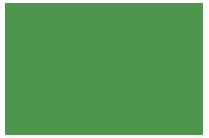
<source format=gbr>
G04 ===== Begin FILE IDENTIFICATION =====*
G04 File Format:  Gerber RS274X*
G04 ===== End FILE IDENTIFICATION =====*
%FSLAX24Y24*%
%MOMM*%
%SFA1.0000B1.0000*%
%OFA0.0B0.0*%
%ADD14R,16.835800X11.176000*%
%LNcond2*%
%IPPOS*%
%LPD*%
G75*
D14*
X84179Y55880D03*
M02*


</source>
